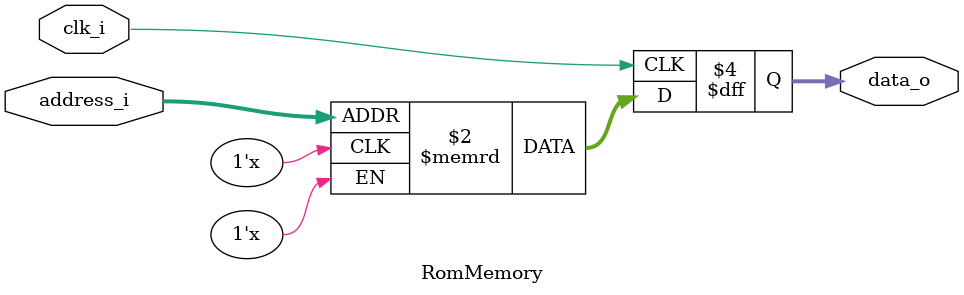
<source format=v>
`default_nettype none
`ifdef SIMULATE
`timescale 1ns/1ps
`endif

`define ROM_PATH "../../roms/"
`define ROM_EXTENSION ".dat"
`define MEM_CONTENTS "Cylon"

module RomMemory
#(
    parameter WORDS = 8,    // 2^WORDS
    parameter DATA_WIDTH = 16)
(
    input wire clk_i,                         // neg-edge
    input wire [WORDS-1:0] address_i,    // Memory address_i
    output reg [DATA_WIDTH-1:0] data_o        // Memory register data output (ASync)
);

// Memory bank
reg [DATA_WIDTH-1:0] mem [0:(1<<WORDS)-1]; // The actual memory

// Debugging
`ifdef SIMULATE
integer index;
`endif
    
initial begin
    // Example of clearing remaining memory
    // for(index = 5; index < 20; index = index + 1)
    //     mem[index] = 16'h0000;

    // I can explicitly specify the start/end address_i in order to avoid the
    // warning: "WARNING: memory.v:23: $readmemh: Standard inconsistency, following 1364-2005."
    //     $readmemh (`MEM_CONTENTS, mem, 'h00, 'h04);
    `ifdef USE_ROM
        // NOTE:
        // `` - The double-backtick(``) is essentially a token delimiter.
        // It helps the compiler clearly differentiate between the Argument and
        // the rest of the string in the macro text.
        // See: https://www.systemverilog.io/macros

        // This only works with BRAM. It generally doesn't work with SPRAM constructs.
        $display("Using ROM: %s", `MEM_CONTENTS);
        $readmemh({`ROM_PATH, `MEM_CONTENTS, `ROM_EXTENSION}, mem);  // , 0, 6
    `elsif USE_STATIC
        mem[0] = 16'h00ff;       // Simple data for testing
        mem[1] = 16'h00f0;
        mem[2] = 16'h000f;
        mem[255] = 16'h0001;
    `endif

    `ifdef SIMULATE
        // Example of displaying contents
        $display("------- Top MEM contents ------");
        for(index = 0; index < 15; index = index + 1)
            $display("memory[%d] = %b <- %h", index[7:0], mem[index], mem[index]);

        // Display the vector data residing at the bottom of memory
        $display("------- Bottom MEM contents ------");
        for(index = 250; index < 256; index = index + 1)
            $display("memory[%d] = %b <- %h", index[7:0], mem[index], mem[index]);
    `endif
end

// --------------------------------
// ROM
// --------------------------------
always @(negedge clk_i) begin
    `ifdef SIMULATE
        $display("%d READ data at Addr(0x%h), Mem(0x%h), data_i(0x%h)", $stime, address_i, mem[address_i], data_i);
    `endif
    data_o <= mem[address_i];
end

endmodule


</source>
